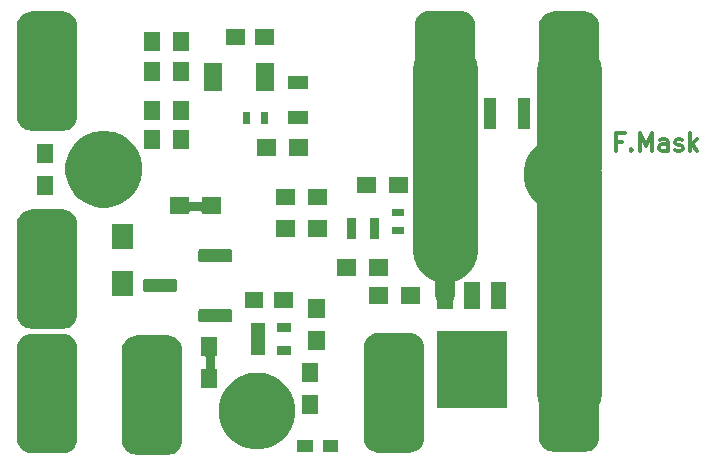
<source format=gts>
G04 #@! TF.GenerationSoftware,KiCad,Pcbnew,(5.1.4)-1*
G04 #@! TF.CreationDate,2019-11-14T19:44:45-06:00*
G04 #@! TF.ProjectId,Cree_GaN_Driver,43726565-5f47-4614-9e5f-447269766572,rev?*
G04 #@! TF.SameCoordinates,Original*
G04 #@! TF.FileFunction,Soldermask,Top*
G04 #@! TF.FilePolarity,Negative*
%FSLAX46Y46*%
G04 Gerber Fmt 4.6, Leading zero omitted, Abs format (unit mm)*
G04 Created by KiCad (PCBNEW (5.1.4)-1) date 2019-11-14 19:44:45*
%MOMM*%
%LPD*%
G04 APERTURE LIST*
%ADD10C,1.670000*%
%ADD11C,5.480000*%
%ADD12C,0.300000*%
%ADD13C,0.020000*%
G04 APERTURE END LIST*
D10*
X144025000Y-166698000D02*
X144025000Y-162864999D01*
X144025000Y-162864999D02*
X144018000Y-162857999D01*
D11*
X144018000Y-162857999D02*
X144018000Y-160718500D01*
X144018000Y-151955500D02*
X144018000Y-160718500D01*
X144018000Y-147637500D02*
X144018000Y-151955500D01*
X154495500Y-170053000D02*
X154495500Y-156527500D01*
X154559000Y-174879000D02*
X154559000Y-170116500D01*
X154559000Y-147701000D02*
X154559000Y-155638500D01*
D12*
X159032142Y-153689857D02*
X158532142Y-153689857D01*
X158532142Y-154475571D02*
X158532142Y-152975571D01*
X159246428Y-152975571D01*
X159817857Y-154332714D02*
X159889285Y-154404142D01*
X159817857Y-154475571D01*
X159746428Y-154404142D01*
X159817857Y-154332714D01*
X159817857Y-154475571D01*
X160532142Y-154475571D02*
X160532142Y-152975571D01*
X161032142Y-154047000D01*
X161532142Y-152975571D01*
X161532142Y-154475571D01*
X162889285Y-154475571D02*
X162889285Y-153689857D01*
X162817857Y-153547000D01*
X162675000Y-153475571D01*
X162389285Y-153475571D01*
X162246428Y-153547000D01*
X162889285Y-154404142D02*
X162746428Y-154475571D01*
X162389285Y-154475571D01*
X162246428Y-154404142D01*
X162175000Y-154261285D01*
X162175000Y-154118428D01*
X162246428Y-153975571D01*
X162389285Y-153904142D01*
X162746428Y-153904142D01*
X162889285Y-153832714D01*
X163532142Y-154404142D02*
X163675000Y-154475571D01*
X163960714Y-154475571D01*
X164103571Y-154404142D01*
X164175000Y-154261285D01*
X164175000Y-154189857D01*
X164103571Y-154047000D01*
X163960714Y-153975571D01*
X163746428Y-153975571D01*
X163603571Y-153904142D01*
X163532142Y-153761285D01*
X163532142Y-153689857D01*
X163603571Y-153547000D01*
X163746428Y-153475571D01*
X163960714Y-153475571D01*
X164103571Y-153547000D01*
X164817857Y-154475571D02*
X164817857Y-152975571D01*
X164960714Y-153904142D02*
X165389285Y-154475571D01*
X165389285Y-153475571D02*
X164817857Y-154047000D01*
D13*
G36*
X120827525Y-170105900D02*
G01*
X121054966Y-170174894D01*
X121264570Y-170286929D01*
X121448293Y-170437707D01*
X121599071Y-170621430D01*
X121711106Y-170831034D01*
X121780100Y-171058475D01*
X121804000Y-171301140D01*
X121804000Y-178964860D01*
X121780100Y-179207525D01*
X121711106Y-179434966D01*
X121599071Y-179644570D01*
X121448293Y-179828293D01*
X121264570Y-179979071D01*
X121054966Y-180091106D01*
X120827525Y-180160100D01*
X120584860Y-180184000D01*
X117921140Y-180184000D01*
X117678475Y-180160100D01*
X117451034Y-180091106D01*
X117241430Y-179979071D01*
X117057707Y-179828293D01*
X116906929Y-179644570D01*
X116794894Y-179434966D01*
X116725900Y-179207525D01*
X116702000Y-178964860D01*
X116702000Y-171301140D01*
X116725900Y-171058475D01*
X116794894Y-170831034D01*
X116906929Y-170621430D01*
X117057707Y-170437707D01*
X117241430Y-170286929D01*
X117451034Y-170174894D01*
X117678475Y-170105900D01*
X117921140Y-170082000D01*
X120584860Y-170082000D01*
X120827525Y-170105900D01*
X120827525Y-170105900D01*
G37*
G36*
X111937525Y-169978900D02*
G01*
X112164966Y-170047894D01*
X112374570Y-170159929D01*
X112558293Y-170310707D01*
X112709071Y-170494430D01*
X112821106Y-170704034D01*
X112890100Y-170931475D01*
X112914000Y-171174140D01*
X112914000Y-178837860D01*
X112890100Y-179080525D01*
X112821106Y-179307966D01*
X112709071Y-179517570D01*
X112558293Y-179701293D01*
X112374570Y-179852071D01*
X112164966Y-179964106D01*
X111937525Y-180033100D01*
X111694860Y-180057000D01*
X109031140Y-180057000D01*
X108788475Y-180033100D01*
X108561034Y-179964106D01*
X108351430Y-179852071D01*
X108167707Y-179701293D01*
X108016929Y-179517570D01*
X107904894Y-179307966D01*
X107835900Y-179080525D01*
X107812000Y-178837860D01*
X107812000Y-171174140D01*
X107835900Y-170931475D01*
X107904894Y-170704034D01*
X108016929Y-170494430D01*
X108167707Y-170310707D01*
X108351430Y-170159929D01*
X108561034Y-170047894D01*
X108788475Y-169978900D01*
X109031140Y-169955000D01*
X111694860Y-169955000D01*
X111937525Y-169978900D01*
X111937525Y-169978900D01*
G37*
G36*
X141274525Y-169915400D02*
G01*
X141501966Y-169984394D01*
X141711570Y-170096429D01*
X141895293Y-170247207D01*
X142046071Y-170430930D01*
X142158106Y-170640534D01*
X142227100Y-170867975D01*
X142251000Y-171110640D01*
X142251000Y-178774360D01*
X142227100Y-179017025D01*
X142158106Y-179244466D01*
X142046071Y-179454070D01*
X141895293Y-179637793D01*
X141711570Y-179788571D01*
X141501966Y-179900606D01*
X141274525Y-179969600D01*
X141031860Y-179993500D01*
X138368140Y-179993500D01*
X138125475Y-179969600D01*
X137898034Y-179900606D01*
X137688430Y-179788571D01*
X137504707Y-179637793D01*
X137353929Y-179454070D01*
X137241894Y-179244466D01*
X137172900Y-179017025D01*
X137149000Y-178774360D01*
X137149000Y-171110640D01*
X137172900Y-170867975D01*
X137241894Y-170640534D01*
X137353929Y-170430930D01*
X137504707Y-170247207D01*
X137688430Y-170096429D01*
X137898034Y-169984394D01*
X138125475Y-169915400D01*
X138368140Y-169891500D01*
X141031860Y-169891500D01*
X141274525Y-169915400D01*
X141274525Y-169915400D01*
G37*
G36*
X132817000Y-179952000D02*
G01*
X131515000Y-179952000D01*
X131515000Y-178950000D01*
X132817000Y-178950000D01*
X132817000Y-179952000D01*
X132817000Y-179952000D01*
G37*
G36*
X135017000Y-179952000D02*
G01*
X133715000Y-179952000D01*
X133715000Y-178950000D01*
X135017000Y-178950000D01*
X135017000Y-179952000D01*
X135017000Y-179952000D01*
G37*
G36*
X156133525Y-169851900D02*
G01*
X156360966Y-169920894D01*
X156570570Y-170032929D01*
X156754293Y-170183707D01*
X156905071Y-170367430D01*
X157017106Y-170577034D01*
X157086100Y-170804475D01*
X157110000Y-171047140D01*
X157110000Y-178710860D01*
X157086100Y-178953525D01*
X157017106Y-179180966D01*
X156905071Y-179390570D01*
X156754293Y-179574293D01*
X156570570Y-179725071D01*
X156360966Y-179837106D01*
X156133525Y-179906100D01*
X155890860Y-179930000D01*
X153227140Y-179930000D01*
X152984475Y-179906100D01*
X152757034Y-179837106D01*
X152547430Y-179725071D01*
X152363707Y-179574293D01*
X152212929Y-179390570D01*
X152100894Y-179180966D01*
X152031900Y-178953525D01*
X152008000Y-178710860D01*
X152008000Y-171047140D01*
X152031900Y-170804475D01*
X152100894Y-170577034D01*
X152212929Y-170367430D01*
X152363707Y-170183707D01*
X152547430Y-170032929D01*
X152757034Y-169920894D01*
X152984475Y-169851900D01*
X153227140Y-169828000D01*
X155890860Y-169828000D01*
X156133525Y-169851900D01*
X156133525Y-169851900D01*
G37*
G36*
X128751839Y-173290667D02*
G01*
X129065882Y-173353134D01*
X129657526Y-173598201D01*
X130189992Y-173953984D01*
X130642816Y-174406808D01*
X130998599Y-174939274D01*
X131243666Y-175530918D01*
X131368600Y-176159004D01*
X131368600Y-176799396D01*
X131243666Y-177427482D01*
X130998599Y-178019126D01*
X130713586Y-178445677D01*
X130642817Y-178551591D01*
X130189991Y-179004417D01*
X130151197Y-179030338D01*
X129657526Y-179360199D01*
X129065882Y-179605266D01*
X128868287Y-179644570D01*
X128437797Y-179730200D01*
X127797403Y-179730200D01*
X127366913Y-179644570D01*
X127169318Y-179605266D01*
X126577674Y-179360199D01*
X126084003Y-179030338D01*
X126045209Y-179004417D01*
X125592383Y-178551591D01*
X125521614Y-178445677D01*
X125236601Y-178019126D01*
X124991534Y-177427482D01*
X124866600Y-176799396D01*
X124866600Y-176159004D01*
X124991534Y-175530918D01*
X125236601Y-174939274D01*
X125592384Y-174406808D01*
X126045208Y-173953984D01*
X126577674Y-173598201D01*
X127169318Y-173353134D01*
X127483361Y-173290667D01*
X127797403Y-173228200D01*
X128437797Y-173228200D01*
X128751839Y-173290667D01*
X128751839Y-173290667D01*
G37*
G36*
X133289000Y-176729000D02*
G01*
X131887000Y-176729000D01*
X131887000Y-175127000D01*
X133289000Y-175127000D01*
X133289000Y-176729000D01*
X133289000Y-176729000D01*
G37*
G36*
X149256000Y-176249000D02*
G01*
X143354000Y-176249000D01*
X143354000Y-169747000D01*
X149256000Y-169747000D01*
X149256000Y-176249000D01*
X149256000Y-176249000D01*
G37*
G36*
X124754600Y-171837000D02*
G01*
X124661199Y-171837000D01*
X124636813Y-171839402D01*
X124613364Y-171846515D01*
X124591753Y-171858066D01*
X124572811Y-171873611D01*
X124557266Y-171892553D01*
X124545715Y-171914164D01*
X124538602Y-171937613D01*
X124536200Y-171961999D01*
X124536200Y-172810001D01*
X124538602Y-172834387D01*
X124545715Y-172857836D01*
X124557266Y-172879447D01*
X124572811Y-172898389D01*
X124591753Y-172913934D01*
X124613364Y-172925485D01*
X124636813Y-172932598D01*
X124661199Y-172935000D01*
X124754600Y-172935000D01*
X124754600Y-174537000D01*
X123352600Y-174537000D01*
X123352600Y-172935000D01*
X123674601Y-172935000D01*
X123698987Y-172932598D01*
X123722436Y-172925485D01*
X123744047Y-172913934D01*
X123762989Y-172898389D01*
X123778534Y-172879447D01*
X123790085Y-172857836D01*
X123797198Y-172834387D01*
X123799600Y-172810001D01*
X123799600Y-171961999D01*
X123797198Y-171937613D01*
X123790085Y-171914164D01*
X123778534Y-171892553D01*
X123762989Y-171873611D01*
X123744047Y-171858066D01*
X123722436Y-171846515D01*
X123698987Y-171839402D01*
X123674601Y-171837000D01*
X123352600Y-171837000D01*
X123352600Y-170235000D01*
X124754600Y-170235000D01*
X124754600Y-171837000D01*
X124754600Y-171837000D01*
G37*
G36*
X133289000Y-174029000D02*
G01*
X131887000Y-174029000D01*
X131887000Y-172427000D01*
X133289000Y-172427000D01*
X133289000Y-174029000D01*
X133289000Y-174029000D01*
G37*
G36*
X128767000Y-171696500D02*
G01*
X127605000Y-171696500D01*
X127605000Y-169044500D01*
X128767000Y-169044500D01*
X128767000Y-171696500D01*
X128767000Y-171696500D01*
G37*
G36*
X130967000Y-171696500D02*
G01*
X129805000Y-171696500D01*
X129805000Y-170944500D01*
X130967000Y-170944500D01*
X130967000Y-171696500D01*
X130967000Y-171696500D01*
G37*
G36*
X133860500Y-171315000D02*
G01*
X132458500Y-171315000D01*
X132458500Y-169713000D01*
X133860500Y-169713000D01*
X133860500Y-171315000D01*
X133860500Y-171315000D01*
G37*
G36*
X130967000Y-169796500D02*
G01*
X129805000Y-169796500D01*
X129805000Y-169044500D01*
X130967000Y-169044500D01*
X130967000Y-169796500D01*
X130967000Y-169796500D01*
G37*
G36*
X111937525Y-159437900D02*
G01*
X112164966Y-159506894D01*
X112374570Y-159618929D01*
X112558293Y-159769707D01*
X112709071Y-159953430D01*
X112821106Y-160163034D01*
X112890100Y-160390475D01*
X112914000Y-160633140D01*
X112914000Y-168296860D01*
X112890100Y-168539525D01*
X112821106Y-168766966D01*
X112709071Y-168976570D01*
X112558293Y-169160293D01*
X112374570Y-169311071D01*
X112164966Y-169423106D01*
X111937525Y-169492100D01*
X111694860Y-169516000D01*
X109031140Y-169516000D01*
X108788475Y-169492100D01*
X108561034Y-169423106D01*
X108351430Y-169311071D01*
X108167707Y-169160293D01*
X108016929Y-168976570D01*
X107904894Y-168766966D01*
X107835900Y-168539525D01*
X107812000Y-168296860D01*
X107812000Y-160633140D01*
X107835900Y-160390475D01*
X107904894Y-160163034D01*
X108016929Y-159953430D01*
X108167707Y-159769707D01*
X108351430Y-159618929D01*
X108561034Y-159506894D01*
X108788475Y-159437900D01*
X109031140Y-159414000D01*
X111694860Y-159414000D01*
X111937525Y-159437900D01*
X111937525Y-159437900D01*
G37*
G36*
X125862412Y-167845782D02*
G01*
X125903193Y-167858153D01*
X125940779Y-167878243D01*
X125973722Y-167905278D01*
X126000757Y-167938221D01*
X126020847Y-167975807D01*
X126033218Y-168016588D01*
X126038000Y-168065141D01*
X126038000Y-168738859D01*
X126033218Y-168787412D01*
X126020847Y-168828193D01*
X126000757Y-168865779D01*
X125973722Y-168898722D01*
X125940779Y-168925757D01*
X125903193Y-168945847D01*
X125862412Y-168958218D01*
X125813859Y-168963000D01*
X123360141Y-168963000D01*
X123311588Y-168958218D01*
X123270807Y-168945847D01*
X123233221Y-168925757D01*
X123200278Y-168898722D01*
X123173243Y-168865779D01*
X123153153Y-168828193D01*
X123140782Y-168787412D01*
X123136000Y-168738859D01*
X123136000Y-168065141D01*
X123140782Y-168016588D01*
X123153153Y-167975807D01*
X123173243Y-167938221D01*
X123200278Y-167905278D01*
X123233221Y-167878243D01*
X123270807Y-167858153D01*
X123311588Y-167845782D01*
X123360141Y-167841000D01*
X125813859Y-167841000D01*
X125862412Y-167845782D01*
X125862412Y-167845782D01*
G37*
G36*
X133860500Y-168615000D02*
G01*
X132458500Y-168615000D01*
X132458500Y-167013000D01*
X133860500Y-167013000D01*
X133860500Y-168615000D01*
X133860500Y-168615000D01*
G37*
G36*
X144676000Y-167849000D02*
G01*
X143374000Y-167849000D01*
X143374000Y-165547000D01*
X144676000Y-165547000D01*
X144676000Y-167849000D01*
X144676000Y-167849000D01*
G37*
G36*
X146956000Y-167849000D02*
G01*
X145654000Y-167849000D01*
X145654000Y-165547000D01*
X146956000Y-165547000D01*
X146956000Y-167849000D01*
X146956000Y-167849000D01*
G37*
G36*
X149236000Y-167849000D02*
G01*
X147934000Y-167849000D01*
X147934000Y-165547000D01*
X149236000Y-165547000D01*
X149236000Y-167849000D01*
X149236000Y-167849000D01*
G37*
G36*
X128666500Y-167744500D02*
G01*
X127064500Y-167744500D01*
X127064500Y-166392500D01*
X128666500Y-166392500D01*
X128666500Y-167744500D01*
X128666500Y-167744500D01*
G37*
G36*
X131166500Y-167744500D02*
G01*
X129564500Y-167744500D01*
X129564500Y-166392500D01*
X131166500Y-166392500D01*
X131166500Y-167744500D01*
X131166500Y-167744500D01*
G37*
G36*
X139231000Y-167388500D02*
G01*
X137629000Y-167388500D01*
X137629000Y-165986500D01*
X139231000Y-165986500D01*
X139231000Y-167388500D01*
X139231000Y-167388500D01*
G37*
G36*
X141931000Y-167388500D02*
G01*
X140329000Y-167388500D01*
X140329000Y-165986500D01*
X141931000Y-165986500D01*
X141931000Y-167388500D01*
X141931000Y-167388500D01*
G37*
G36*
X117639400Y-166722000D02*
G01*
X115837400Y-166722000D01*
X115837400Y-164620000D01*
X117639400Y-164620000D01*
X117639400Y-166722000D01*
X117639400Y-166722000D01*
G37*
G36*
X121172412Y-165305782D02*
G01*
X121213193Y-165318153D01*
X121250779Y-165338243D01*
X121283722Y-165365278D01*
X121310757Y-165398221D01*
X121330847Y-165435807D01*
X121343218Y-165476588D01*
X121348000Y-165525141D01*
X121348000Y-166198859D01*
X121343218Y-166247412D01*
X121330847Y-166288193D01*
X121310757Y-166325779D01*
X121283722Y-166358722D01*
X121250779Y-166385757D01*
X121213193Y-166405847D01*
X121172412Y-166418218D01*
X121123859Y-166423000D01*
X118670141Y-166423000D01*
X118621588Y-166418218D01*
X118580807Y-166405847D01*
X118543221Y-166385757D01*
X118510278Y-166358722D01*
X118483243Y-166325779D01*
X118463153Y-166288193D01*
X118450782Y-166247412D01*
X118446000Y-166198859D01*
X118446000Y-165525141D01*
X118450782Y-165476588D01*
X118463153Y-165435807D01*
X118483243Y-165398221D01*
X118510278Y-165365278D01*
X118543221Y-165338243D01*
X118580807Y-165318153D01*
X118621588Y-165305782D01*
X118670141Y-165301000D01*
X121123859Y-165301000D01*
X121172412Y-165305782D01*
X121172412Y-165305782D01*
G37*
G36*
X136531000Y-165039000D02*
G01*
X134929000Y-165039000D01*
X134929000Y-163637000D01*
X136531000Y-163637000D01*
X136531000Y-165039000D01*
X136531000Y-165039000D01*
G37*
G36*
X139231000Y-165039000D02*
G01*
X137629000Y-165039000D01*
X137629000Y-163637000D01*
X139231000Y-163637000D01*
X139231000Y-165039000D01*
X139231000Y-165039000D01*
G37*
G36*
X125862412Y-162765782D02*
G01*
X125903193Y-162778153D01*
X125940779Y-162798243D01*
X125973722Y-162825278D01*
X126000757Y-162858221D01*
X126020847Y-162895807D01*
X126033218Y-162936588D01*
X126038000Y-162985141D01*
X126038000Y-163658859D01*
X126033218Y-163707412D01*
X126020847Y-163748193D01*
X126000757Y-163785779D01*
X125973722Y-163818722D01*
X125940779Y-163845757D01*
X125903193Y-163865847D01*
X125862412Y-163878218D01*
X125813859Y-163883000D01*
X123360141Y-163883000D01*
X123311588Y-163878218D01*
X123270807Y-163865847D01*
X123233221Y-163845757D01*
X123200278Y-163818722D01*
X123173243Y-163785779D01*
X123153153Y-163748193D01*
X123140782Y-163707412D01*
X123136000Y-163658859D01*
X123136000Y-162985141D01*
X123140782Y-162936588D01*
X123153153Y-162895807D01*
X123173243Y-162858221D01*
X123200278Y-162825278D01*
X123233221Y-162798243D01*
X123270807Y-162778153D01*
X123311588Y-162765782D01*
X123360141Y-162761000D01*
X125813859Y-162761000D01*
X125862412Y-162765782D01*
X125862412Y-162765782D01*
G37*
G36*
X117639400Y-162722000D02*
G01*
X115837400Y-162722000D01*
X115837400Y-160620000D01*
X117639400Y-160620000D01*
X117639400Y-162722000D01*
X117639400Y-162722000D01*
G37*
G36*
X138425000Y-161922000D02*
G01*
X137673000Y-161922000D01*
X137673000Y-160120000D01*
X138425000Y-160120000D01*
X138425000Y-161922000D01*
X138425000Y-161922000D01*
G37*
G36*
X136525000Y-161922000D02*
G01*
X135773000Y-161922000D01*
X135773000Y-160120000D01*
X136525000Y-160120000D01*
X136525000Y-161922000D01*
X136525000Y-161922000D01*
G37*
G36*
X131357000Y-161737000D02*
G01*
X129755000Y-161737000D01*
X129755000Y-160335000D01*
X131357000Y-160335000D01*
X131357000Y-161737000D01*
X131357000Y-161737000D01*
G37*
G36*
X134057000Y-161737000D02*
G01*
X132455000Y-161737000D01*
X132455000Y-160335000D01*
X134057000Y-160335000D01*
X134057000Y-161737000D01*
X134057000Y-161737000D01*
G37*
G36*
X140582000Y-161464000D02*
G01*
X139580000Y-161464000D01*
X139580000Y-160862000D01*
X140582000Y-160862000D01*
X140582000Y-161464000D01*
X140582000Y-161464000D01*
G37*
G36*
X140582000Y-159964000D02*
G01*
X139580000Y-159964000D01*
X139580000Y-159362000D01*
X140582000Y-159362000D01*
X140582000Y-159964000D01*
X140582000Y-159964000D01*
G37*
G36*
X122387000Y-158675801D02*
G01*
X122389402Y-158700187D01*
X122396515Y-158723636D01*
X122408066Y-158745247D01*
X122423611Y-158764189D01*
X122442553Y-158779734D01*
X122464164Y-158791285D01*
X122487613Y-158798398D01*
X122511999Y-158800800D01*
X123360001Y-158800800D01*
X123384387Y-158798398D01*
X123407836Y-158791285D01*
X123429447Y-158779734D01*
X123448389Y-158764189D01*
X123463934Y-158745247D01*
X123475485Y-158723636D01*
X123482598Y-158700187D01*
X123485000Y-158675801D01*
X123485000Y-158379200D01*
X125087000Y-158379200D01*
X125087000Y-159781200D01*
X123485000Y-159781200D01*
X123485000Y-159707828D01*
X123482598Y-159683442D01*
X123475485Y-159659993D01*
X123463934Y-159638382D01*
X123448389Y-159619440D01*
X123429447Y-159603895D01*
X123407836Y-159592344D01*
X123384387Y-159585231D01*
X123362156Y-159582848D01*
X122514154Y-159568227D01*
X122489730Y-159570208D01*
X122466162Y-159576916D01*
X122444355Y-159588092D01*
X122425148Y-159603309D01*
X122409279Y-159621980D01*
X122397357Y-159643388D01*
X122389840Y-159666711D01*
X122387000Y-159693207D01*
X122387000Y-159781200D01*
X120785000Y-159781200D01*
X120785000Y-158379200D01*
X122387000Y-158379200D01*
X122387000Y-158675801D01*
X122387000Y-158675801D01*
G37*
G36*
X154583639Y-153250067D02*
G01*
X154897682Y-153312534D01*
X155489326Y-153557601D01*
X155915877Y-153842614D01*
X155979313Y-153885000D01*
X156021792Y-153913384D01*
X156474616Y-154366208D01*
X156830399Y-154898674D01*
X157075466Y-155490318D01*
X157200400Y-156118404D01*
X157200400Y-156758796D01*
X157075466Y-157386882D01*
X156830399Y-157978526D01*
X156474616Y-158510992D01*
X156021792Y-158963816D01*
X155489326Y-159319599D01*
X154897682Y-159564666D01*
X154758535Y-159592344D01*
X154269597Y-159689600D01*
X153629203Y-159689600D01*
X153140265Y-159592344D01*
X153001118Y-159564666D01*
X152409474Y-159319599D01*
X151877008Y-158963816D01*
X151424184Y-158510992D01*
X151068401Y-157978526D01*
X150823334Y-157386882D01*
X150698400Y-156758796D01*
X150698400Y-156118404D01*
X150823334Y-155490318D01*
X151068401Y-154898674D01*
X151424184Y-154366208D01*
X151877008Y-153913384D01*
X151919488Y-153885000D01*
X151982923Y-153842614D01*
X152409474Y-153557601D01*
X153001118Y-153312534D01*
X153315161Y-153250067D01*
X153629203Y-153187600D01*
X154269597Y-153187600D01*
X154583639Y-153250067D01*
X154583639Y-153250067D01*
G37*
G36*
X115772439Y-152818267D02*
G01*
X116086482Y-152880734D01*
X116678126Y-153125801D01*
X117210592Y-153481584D01*
X117663416Y-153934408D01*
X118019199Y-154466874D01*
X118264266Y-155058518D01*
X118389200Y-155686604D01*
X118389200Y-156326996D01*
X118264266Y-156955082D01*
X118019199Y-157546726D01*
X117663416Y-158079192D01*
X117210592Y-158532016D01*
X116678126Y-158887799D01*
X116086482Y-159132866D01*
X115772439Y-159195333D01*
X115458397Y-159257800D01*
X114818003Y-159257800D01*
X114503961Y-159195333D01*
X114189918Y-159132866D01*
X113598274Y-158887799D01*
X113065808Y-158532016D01*
X112612984Y-158079192D01*
X112257201Y-157546726D01*
X112012134Y-156955082D01*
X111887200Y-156326996D01*
X111887200Y-155686604D01*
X112012134Y-155058518D01*
X112257201Y-154466874D01*
X112612984Y-153934408D01*
X113065808Y-153481584D01*
X113598274Y-153125801D01*
X114189918Y-152880734D01*
X114503961Y-152818267D01*
X114818003Y-152755800D01*
X115458397Y-152755800D01*
X115772439Y-152818267D01*
X115772439Y-152818267D01*
G37*
G36*
X134057000Y-159070000D02*
G01*
X132455000Y-159070000D01*
X132455000Y-157668000D01*
X134057000Y-157668000D01*
X134057000Y-159070000D01*
X134057000Y-159070000D01*
G37*
G36*
X131357000Y-159070000D02*
G01*
X129755000Y-159070000D01*
X129755000Y-157668000D01*
X131357000Y-157668000D01*
X131357000Y-159070000D01*
X131357000Y-159070000D01*
G37*
G36*
X110860800Y-158187000D02*
G01*
X109458800Y-158187000D01*
X109458800Y-156585000D01*
X110860800Y-156585000D01*
X110860800Y-158187000D01*
X110860800Y-158187000D01*
G37*
G36*
X140915000Y-158054000D02*
G01*
X139313000Y-158054000D01*
X139313000Y-156652000D01*
X140915000Y-156652000D01*
X140915000Y-158054000D01*
X140915000Y-158054000D01*
G37*
G36*
X138215000Y-158054000D02*
G01*
X136613000Y-158054000D01*
X136613000Y-156652000D01*
X138215000Y-156652000D01*
X138215000Y-158054000D01*
X138215000Y-158054000D01*
G37*
G36*
X110860800Y-155487000D02*
G01*
X109458800Y-155487000D01*
X109458800Y-153885000D01*
X110860800Y-153885000D01*
X110860800Y-155487000D01*
X110860800Y-155487000D01*
G37*
G36*
X129706000Y-154879000D02*
G01*
X128104000Y-154879000D01*
X128104000Y-153477000D01*
X129706000Y-153477000D01*
X129706000Y-154879000D01*
X129706000Y-154879000D01*
G37*
G36*
X132406000Y-154879000D02*
G01*
X130804000Y-154879000D01*
X130804000Y-153477000D01*
X132406000Y-153477000D01*
X132406000Y-154879000D01*
X132406000Y-154879000D01*
G37*
G36*
X119929000Y-154324000D02*
G01*
X118577000Y-154324000D01*
X118577000Y-152722000D01*
X119929000Y-152722000D01*
X119929000Y-154324000D01*
X119929000Y-154324000D01*
G37*
G36*
X122342000Y-154324000D02*
G01*
X120990000Y-154324000D01*
X120990000Y-152722000D01*
X122342000Y-152722000D01*
X122342000Y-154324000D01*
X122342000Y-154324000D01*
G37*
G36*
X156133525Y-142673900D02*
G01*
X156360966Y-142742894D01*
X156570570Y-142854929D01*
X156754293Y-143005707D01*
X156905071Y-143189430D01*
X157017106Y-143399034D01*
X157086100Y-143626475D01*
X157110000Y-143869140D01*
X157110000Y-151532860D01*
X157086100Y-151775525D01*
X157017106Y-152002966D01*
X156905071Y-152212570D01*
X156754293Y-152396293D01*
X156570570Y-152547071D01*
X156360966Y-152659106D01*
X156133525Y-152728100D01*
X155890860Y-152752000D01*
X153227140Y-152752000D01*
X152984475Y-152728100D01*
X152757034Y-152659106D01*
X152547430Y-152547071D01*
X152363707Y-152396293D01*
X152212929Y-152212570D01*
X152100894Y-152002966D01*
X152031900Y-151775525D01*
X152008000Y-151532860D01*
X152008000Y-143869140D01*
X152031900Y-143626475D01*
X152100894Y-143399034D01*
X152212929Y-143189430D01*
X152363707Y-143005707D01*
X152547430Y-142854929D01*
X152757034Y-142742894D01*
X152984475Y-142673900D01*
X153227140Y-142650000D01*
X155890860Y-142650000D01*
X156133525Y-142673900D01*
X156133525Y-142673900D01*
G37*
G36*
X111937525Y-142673900D02*
G01*
X112164966Y-142742894D01*
X112374570Y-142854929D01*
X112558293Y-143005707D01*
X112709071Y-143189430D01*
X112821106Y-143399034D01*
X112890100Y-143626475D01*
X112914000Y-143869140D01*
X112914000Y-151532860D01*
X112890100Y-151775525D01*
X112821106Y-152002966D01*
X112709071Y-152212570D01*
X112558293Y-152396293D01*
X112374570Y-152547071D01*
X112164966Y-152659106D01*
X111937525Y-152728100D01*
X111694860Y-152752000D01*
X109031140Y-152752000D01*
X108788475Y-152728100D01*
X108561034Y-152659106D01*
X108351430Y-152547071D01*
X108167707Y-152396293D01*
X108016929Y-152212570D01*
X107904894Y-152002966D01*
X107835900Y-151775525D01*
X107812000Y-151532860D01*
X107812000Y-143869140D01*
X107835900Y-143626475D01*
X107904894Y-143399034D01*
X108016929Y-143189430D01*
X108167707Y-143005707D01*
X108351430Y-142854929D01*
X108561034Y-142742894D01*
X108788475Y-142673900D01*
X109031140Y-142650000D01*
X111694860Y-142650000D01*
X111937525Y-142673900D01*
X111937525Y-142673900D01*
G37*
G36*
X145592525Y-142610400D02*
G01*
X145819966Y-142679394D01*
X146029570Y-142791429D01*
X146213293Y-142942207D01*
X146364071Y-143125930D01*
X146476106Y-143335534D01*
X146545100Y-143562975D01*
X146569000Y-143805640D01*
X146569000Y-151469360D01*
X146545100Y-151712025D01*
X146476106Y-151939466D01*
X146364071Y-152149070D01*
X146213293Y-152332793D01*
X146029570Y-152483571D01*
X145819966Y-152595606D01*
X145592525Y-152664600D01*
X145349860Y-152688500D01*
X142686140Y-152688500D01*
X142443475Y-152664600D01*
X142216034Y-152595606D01*
X142006430Y-152483571D01*
X141822707Y-152332793D01*
X141671929Y-152149070D01*
X141559894Y-151939466D01*
X141490900Y-151712025D01*
X141467000Y-151469360D01*
X141467000Y-143805640D01*
X141490900Y-143562975D01*
X141559894Y-143335534D01*
X141671929Y-143125930D01*
X141822707Y-142942207D01*
X142006430Y-142791429D01*
X142216034Y-142679394D01*
X142443475Y-142610400D01*
X142686140Y-142586500D01*
X145349860Y-142586500D01*
X145592525Y-142610400D01*
X145592525Y-142610400D01*
G37*
G36*
X151239500Y-152621500D02*
G01*
X150237500Y-152621500D01*
X150237500Y-150019500D01*
X151239500Y-150019500D01*
X151239500Y-152621500D01*
X151239500Y-152621500D01*
G37*
G36*
X148339500Y-152621500D02*
G01*
X147337500Y-152621500D01*
X147337500Y-150019500D01*
X148339500Y-150019500D01*
X148339500Y-152621500D01*
X148339500Y-152621500D01*
G37*
G36*
X132423000Y-152189000D02*
G01*
X130721000Y-152189000D01*
X130721000Y-151087000D01*
X132423000Y-151087000D01*
X132423000Y-152189000D01*
X132423000Y-152189000D01*
G37*
G36*
X127555000Y-152139000D02*
G01*
X126953000Y-152139000D01*
X126953000Y-151137000D01*
X127555000Y-151137000D01*
X127555000Y-152139000D01*
X127555000Y-152139000D01*
G37*
G36*
X129055000Y-152139000D02*
G01*
X128453000Y-152139000D01*
X128453000Y-151137000D01*
X129055000Y-151137000D01*
X129055000Y-152139000D01*
X129055000Y-152139000D01*
G37*
G36*
X122342000Y-151824000D02*
G01*
X120990000Y-151824000D01*
X120990000Y-150222000D01*
X122342000Y-150222000D01*
X122342000Y-151824000D01*
X122342000Y-151824000D01*
G37*
G36*
X119929000Y-151824000D02*
G01*
X118577000Y-151824000D01*
X118577000Y-150222000D01*
X119929000Y-150222000D01*
X119929000Y-151824000D01*
X119929000Y-151824000D01*
G37*
G36*
X129570000Y-149410000D02*
G01*
X128068000Y-149410000D01*
X128068000Y-147008000D01*
X129570000Y-147008000D01*
X129570000Y-149410000D01*
X129570000Y-149410000D01*
G37*
G36*
X125170000Y-149410000D02*
G01*
X123668000Y-149410000D01*
X123668000Y-147008000D01*
X125170000Y-147008000D01*
X125170000Y-149410000D01*
X125170000Y-149410000D01*
G37*
G36*
X132423000Y-149189000D02*
G01*
X130721000Y-149189000D01*
X130721000Y-148087000D01*
X132423000Y-148087000D01*
X132423000Y-149189000D01*
X132423000Y-149189000D01*
G37*
G36*
X119929000Y-148502000D02*
G01*
X118577000Y-148502000D01*
X118577000Y-146900000D01*
X119929000Y-146900000D01*
X119929000Y-148502000D01*
X119929000Y-148502000D01*
G37*
G36*
X122342000Y-148502000D02*
G01*
X120990000Y-148502000D01*
X120990000Y-146900000D01*
X122342000Y-146900000D01*
X122342000Y-148502000D01*
X122342000Y-148502000D01*
G37*
G36*
X122342000Y-146002000D02*
G01*
X120990000Y-146002000D01*
X120990000Y-144400000D01*
X122342000Y-144400000D01*
X122342000Y-146002000D01*
X122342000Y-146002000D01*
G37*
G36*
X119929000Y-146002000D02*
G01*
X118577000Y-146002000D01*
X118577000Y-144400000D01*
X119929000Y-144400000D01*
X119929000Y-146002000D01*
X119929000Y-146002000D01*
G37*
G36*
X129559000Y-145456000D02*
G01*
X127957000Y-145456000D01*
X127957000Y-144104000D01*
X129559000Y-144104000D01*
X129559000Y-145456000D01*
X129559000Y-145456000D01*
G37*
G36*
X127059000Y-145456000D02*
G01*
X125457000Y-145456000D01*
X125457000Y-144104000D01*
X127059000Y-144104000D01*
X127059000Y-145456000D01*
X127059000Y-145456000D01*
G37*
M02*

</source>
